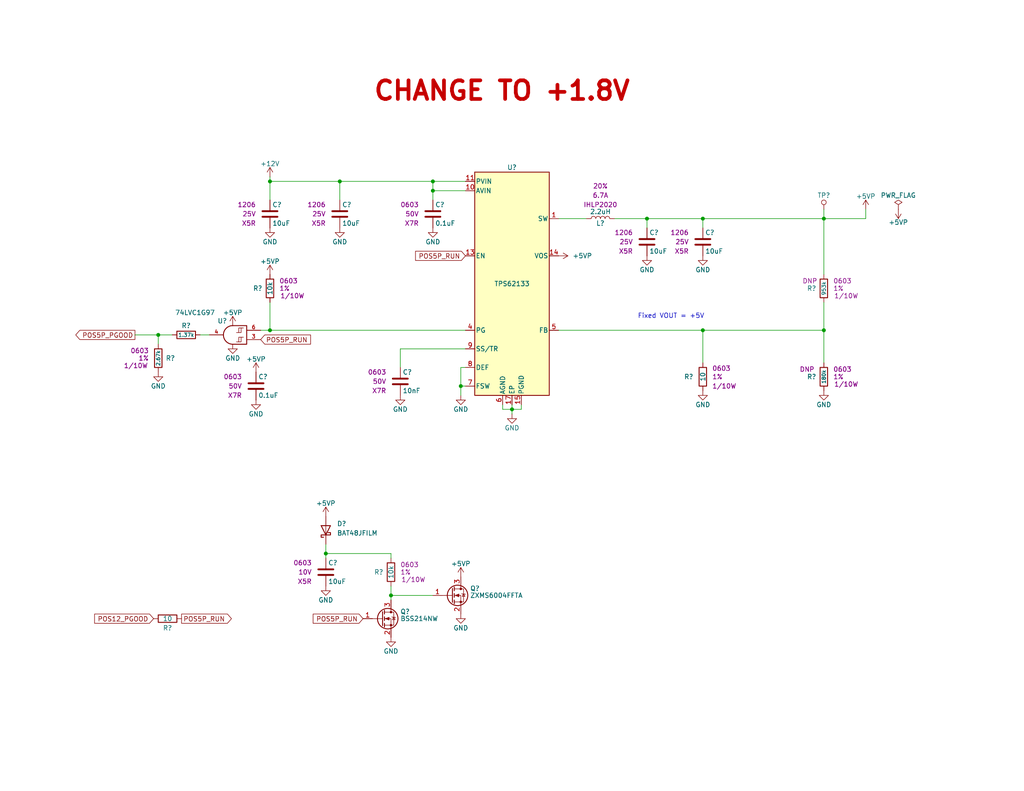
<source format=kicad_sch>
(kicad_sch (version 20230121) (generator eeschema)
  (paper "A")
  (title_block (title "Thermal Camera") (date "2023-11-11") (rev "PRELIM") (company "Drew Maatman and Michael Laffin"))
  (lib_symbols
    (symbol "Custom_Library:74LVC1G97_Power_AND" (pin_names (offset 1.016) hide)
      (property "Reference" "U" (at 1.524 3.81 0))
      (property "Value" "74LVC1G97_Power_AND" (at 1.524 -3.81 0))
      (symbol "74LVC1G97_Power_AND_1_1"
        (arc (start 0 -2.54) (mid 2.529 0) (end 0 2.54) (stroke (width 0.254)))
        (polyline (pts (xy -2.286 -0.635) (xy -1.651 -0.635) (xy -1.651 -1.905)))
        (polyline (pts (xy -2.286 1.905) (xy -1.651 1.905) (xy -1.651 0.635)))
        (polyline (pts (xy -2.921 -0.635) (xy -2.286 -0.635) (xy -2.286 -1.905) (xy -1.016 -1.905)))
        (polyline (pts (xy -2.921 1.905) (xy -2.286 1.905) (xy -2.286 0.635) (xy -1.016 0.635)))
        (polyline (pts (xy 0 -2.54) (xy -3.81 -2.54) (xy -3.81 2.54) (xy 0 2.54)) (stroke (width 0.254)))
        (pin power_in line (at 0 -2.54 270) (length 0) (name "GND") (number "1"))
        (pin power_in line (at 0 -2.54 270) (length 0) (name "GND") (number "2"))
        (pin input line (at -7.62 -1.27 0) (length 3.81) (name "~") (number "3"))
        (pin output line (at 6.35 0 180) (length 3.81) (name "~") (number "4"))
        (pin power_in line (at 0 2.54 90) (length 0) (name "VCC") (number "5"))
        (pin input line (at -7.62 1.27 0) (length 3.81) (name "~") (number "6"))
      )
    )
    (symbol "Custom_Library:C_Custom" (pin_numbers hide) (pin_names (offset 0.254))
      (property "Reference" "C" (at 0.635 2.54 0))
      (property "Value" "C_Custom" (at 0.635 -2.54 0))
      (property "display_footprint" "Foot" (at -3.81 2.54 0))
      (property "Voltage" "V" (at -3.81 0 0))
      (property "Dielectric" "Er" (at -3.81 -2.54 0))
      (symbol "C_Custom_0_1"
        (polyline (pts (xy -2.032 -0.762) (xy 2.032 -0.762)) (stroke (width 0.508)))
        (polyline (pts (xy -2.032 0.762) (xy 2.032 0.762)) (stroke (width 0.508)))
      )
      (symbol "C_Custom_1_1"
        (pin passive line (at 0 3.81 270) (length 2.794) (name "~") (number "1"))
        (pin passive line (at 0 -3.81 90) (length 2.794) (name "~") (number "2"))
      )
    )
    (symbol "Custom_Library:L_Custom" (pin_numbers hide) (pin_names (offset 1.016) hide)
      (property "Reference" "L" (at -1.27 0 90))
      (property "Value" "L_Custom" (at 1.905 0 90))
      (property "display_footprint" "Foot" (at 3.81 0 90))
      (property "Ampacity" "A" (at 6.35 0 90))
      (property "Tolerance" "Tol" (at 8.89 0 90))
      (symbol "L_Custom_0_1"
        (arc (start 0 -2.54) (mid 0.6323 -1.905) (end 0 -1.27))
        (arc (start 0 -1.27) (mid 0.6323 -0.635) (end 0 0))
        (arc (start 0 0) (mid 0.6323 0.635) (end 0 1.27))
        (arc (start 0 1.27) (mid 0.6323 1.905) (end 0 2.54))
      )
      (symbol "L_Custom_1_1"
        (pin passive line (at 0 3.81 270) (length 1.27) (name "1") (number "1"))
        (pin passive line (at 0 -3.81 90) (length 1.27) (name "2") (number "2"))
      )
    )
    (symbol "Custom_Library:R_Custom" (pin_numbers hide) (pin_names (offset 1.016) hide)
      (property "Reference" "R" (at -2.54 0 90))
      (property "Value" "R_Custom" (at 0 0 90))
      (property "display_footprint" "Foot" (at 2.54 0 90))
      (property "Tolerance" "Tol" (at 5.08 0 90))
      (property "Wattage" "W" (at 7.62 0 90))
      (symbol "R_Custom_0_1"
        (rectangle (start 1.016 2.54) (end -1.016 -2.54) (stroke (width 0.254)))
      )
      (symbol "R_Custom_1_1"
        (pin passive line (at 0 3.81 270) (length 1.27) (name "1") (number "1"))
        (pin passive line (at 0 -3.81 90) (length 1.27) (name "2") (number "2"))
      )
    )
    (symbol "Custom_Library:TP" (pin_numbers hide) (pin_names (offset 0) hide)
      (property "Reference" "TP" (at 0 3.81 0))
      (symbol "TP_0_1"
        (polyline (pts (xy 0 0) (xy 0 1.27)))
        (circle (center 0 1.905) (radius 0.635))
      )
      (symbol "TP_1_1"
        (pin passive line (at 0 0 90) (length 0) (name "TP") (number "1"))
      )
    )
    (symbol "Custom_Library:TPS62130" (pin_names (offset 0.254))
      (property "Reference" "U" (at 0 31.75 0))
      (property "Value" "TPS62130" (at 0 0 0))
      (symbol "TPS62130_0_1"
        (rectangle (start -10.16 30.48) (end 10.16 -30.48) (stroke (width 0.254)) (fill (type background)))
      )
      (symbol "TPS62130_1_1"
        (pin output line (at 12.7 17.78 180) (length 2.54) (name "SW") (number "1"))
        (pin power_in line (at -12.7 25.4 0) (length 2.54) (name "AVIN") (number "10"))
        (pin power_in line (at -12.7 27.94 0) (length 2.54) (name "PVIN") (number "11"))
        (pin passive line (at -12.7 27.94 0) (length 2.54) hide (name "PVIN") (number "12"))
        (pin input line (at -12.7 7.62 0) (length 2.54) (name "EN") (number "13"))
        (pin input line (at 12.7 7.62 180) (length 2.54) (name "VOS") (number "14"))
        (pin power_in line (at 2.54 -33.02 90) (length 2.54) (name "PGND") (number "15"))
        (pin passive line (at 2.54 -33.02 90) (length 2.54) hide (name "PGND") (number "16"))
        (pin power_in line (at 0 -33.02 90) (length 2.54) (name "EP") (number "17"))
        (pin passive line (at 12.7 17.78 180) (length 2.54) hide (name "SW") (number "2"))
        (pin passive line (at 12.7 17.78 180) (length 2.54) hide (name "SW") (number "3"))
        (pin open_collector line (at -12.7 -12.7 0) (length 2.54) (name "PG") (number "4"))
        (pin input line (at 12.7 -12.7 180) (length 2.54) (name "FB") (number "5"))
        (pin power_in line (at -2.54 -33.02 90) (length 2.54) (name "AGND") (number "6"))
        (pin input line (at -12.7 -27.94 0) (length 2.54) (name "FSW") (number "7"))
        (pin input line (at -12.7 -22.86 0) (length 2.54) (name "DEF") (number "8"))
        (pin input line (at -12.7 -17.78 0) (length 2.54) (name "SS/TR") (number "9"))
      )
    )
    (symbol "Custom_Library:ZXMS6004FFTA" (pin_names hide)
      (property "Reference" "Q" (at 5.08 1.905 0))
      (property "Value" "ZXMS6004FFTA" (at 5.08 0 0))
      (symbol "ZXMS6004FFTA_0_1"
        (polyline (pts (xy 0.254 0) (xy -2.54 0)))
        (polyline (pts (xy 0.254 1.905) (xy 0.254 -1.905)) (stroke (width 0.254)))
        (polyline (pts (xy 0.762 -1.27) (xy 0.762 -2.286)) (stroke (width 0.254)))
        (polyline (pts (xy 0.762 0.508) (xy 0.762 -0.508)) (stroke (width 0.254)))
        (polyline (pts (xy 0.762 2.286) (xy 0.762 1.27)) (stroke (width 0.254)))
        (polyline (pts (xy 2.54 2.54) (xy 2.54 1.778)))
        (polyline (pts (xy 2.54 -2.54) (xy 2.54 0) (xy 0.762 0)))
        (polyline (pts (xy 0.762 -1.778) (xy 3.302 -1.778) (xy 3.302 1.778) (xy 0.762 1.778)))
        (polyline (pts (xy 1.016 0) (xy 2.032 0.381) (xy 2.032 -0.381) (xy 1.016 0)) (fill (type outline)))
        (polyline (pts (xy 2.794 0.508) (xy 2.921 0.381) (xy 3.683 0.381) (xy 3.81 0.254)))
        (polyline (pts (xy 3.302 0.381) (xy 2.921 -0.254) (xy 3.683 -0.254) (xy 3.302 0.381)))
        (circle (center 1.651 0) (radius 2.794) (stroke (width 0.254)))
        (circle (center 2.54 -1.778) (radius 0.254) (fill (type outline)))
        (circle (center 2.54 1.778) (radius 0.254) (fill (type outline)))
      )
      (symbol "ZXMS6004FFTA_1_1"
        (pin input line (at -5.08 0 0) (length 2.54) (name "G") (number "1"))
        (pin passive line (at 2.54 -5.08 90) (length 2.54) (name "S") (number "2"))
        (pin passive line (at 2.54 5.08 270) (length 2.54) (name "D") (number "3"))
      )
    )
    (symbol "Diode:BAT48JFILM" (pin_numbers hide) (pin_names (offset 1.016) hide)
      (property "Reference" "D" (at 0 2.54 0))
      (property "Value" "BAT48JFILM" (at 0 -2.54 0))
      (symbol "BAT48JFILM_0_1"
        (polyline (pts (xy 1.27 0) (xy -1.27 0)))
        (polyline (pts (xy 1.27 1.27) (xy 1.27 -1.27) (xy -1.27 0) (xy 1.27 1.27)) (stroke (width 0.254)))
        (polyline (pts (xy -1.905 0.635) (xy -1.905 1.27) (xy -1.27 1.27) (xy -1.27 -1.27) (xy -0.635 -1.27) (xy -0.635 -0.635)) (stroke (width 0.254)))
      )
      (symbol "BAT48JFILM_1_1"
        (pin passive line (at -3.81 0 0) (length 2.54) (name "K") (number "1"))
        (pin passive line (at 3.81 0 180) (length 2.54) (name "A") (number "2"))
      )
    )
    (symbol "Transistor_FET:BSS214NW" (pin_names hide)
      (property "Reference" "Q" (at 5.08 1.905 0))
      (property "Value" "BSS214NW" (at 5.08 0 0))
      (symbol "BSS214NW_0_1"
        (polyline (pts (xy 0.254 0) (xy -2.54 0)))
        (polyline (pts (xy 0.254 1.905) (xy 0.254 -1.905)) (stroke (width 0.254)))
        (polyline (pts (xy 0.762 -1.27) (xy 0.762 -2.286)) (stroke (width 0.254)))
        (polyline (pts (xy 0.762 0.508) (xy 0.762 -0.508)) (stroke (width 0.254)))
        (polyline (pts (xy 0.762 2.286) (xy 0.762 1.27)) (stroke (width 0.254)))
        (polyline (pts (xy 2.54 2.54) (xy 2.54 1.778)))
        (polyline (pts (xy 2.54 -2.54) (xy 2.54 0) (xy 0.762 0)))
        (polyline (pts (xy 0.762 -1.778) (xy 3.302 -1.778) (xy 3.302 1.778) (xy 0.762 1.778)))
        (polyline (pts (xy 1.016 0) (xy 2.032 0.381) (xy 2.032 -0.381) (xy 1.016 0)) (fill (type outline)))
        (polyline (pts (xy 2.794 0.508) (xy 2.921 0.381) (xy 3.683 0.381) (xy 3.81 0.254)))
        (polyline (pts (xy 3.302 0.381) (xy 2.921 -0.254) (xy 3.683 -0.254) (xy 3.302 0.381)))
        (circle (center 1.651 0) (radius 2.794) (stroke (width 0.254)))
        (circle (center 2.54 -1.778) (radius 0.254) (fill (type outline)))
        (circle (center 2.54 1.778) (radius 0.254) (fill (type outline)))
      )
      (symbol "BSS214NW_1_1"
        (pin input line (at -5.08 0 0) (length 2.54) (name "G") (number "1"))
        (pin passive line (at 2.54 -5.08 90) (length 2.54) (name "S") (number "2"))
        (pin passive line (at 2.54 5.08 270) (length 2.54) (name "D") (number "3"))
      )
    )
    (symbol "power:+12V" (power) (pin_names (offset 0))
      (property "Value" "+12V" (at 0 3.556 0))
      (symbol "+12V_0_1"
        (polyline (pts (xy -0.762 1.27) (xy 0 2.54)))
        (polyline (pts (xy 0 0) (xy 0 2.54)))
        (polyline (pts (xy 0 2.54) (xy 0.762 1.27)))
      )
      (symbol "+12V_1_1"
        (pin power_in line (at 0 0 90) (length 0) hide (name "+12V") (number "1"))
      )
    )
    (symbol "power:+5VP" (power) (pin_names (offset 0))
      (property "Value" "+5VP" (at 0 3.556 0))
      (symbol "+5VP_0_1"
        (polyline (pts (xy -0.762 1.27) (xy 0 2.54)))
        (polyline (pts (xy 0 0) (xy 0 2.54)))
        (polyline (pts (xy 0 2.54) (xy 0.762 1.27)))
      )
      (symbol "+5VP_1_1"
        (pin power_in line (at 0 0 90) (length 0) hide (name "+5VP") (number "1"))
      )
    )
    (symbol "power:GND" (power) (pin_names (offset 0))
      (property "Value" "GND" (at 0 -3.81 0))
      (symbol "GND_0_1"
        (polyline (pts (xy 0 0) (xy 0 -1.27) (xy 1.27 -1.27) (xy 0 -2.54) (xy -1.27 -1.27) (xy 0 -1.27)))
      )
      (symbol "GND_1_1"
        (pin power_in line (at 0 0 270) (length 0) hide (name "GND") (number "1"))
      )
    )
    (symbol "power:PWR_FLAG" (power) (pin_numbers hide) (pin_names (offset 0) hide)
      (property "Value" "PWR_FLAG" (at 0 3.81 0))
      (symbol "PWR_FLAG_0_0"
        (pin power_out line (at 0 0 90) (length 0) (name "pwr") (number "1"))
      )
      (symbol "PWR_FLAG_0_1"
        (polyline (pts (xy 0 0) (xy 0 1.27) (xy -1.016 1.905) (xy 0 2.54) (xy 1.016 1.905) (xy 0 1.27)))
      )
    )
  )
  (junction (at 191.77 90.17))
  (junction (at 43.18 91.44))
  (junction (at 73.66 90.17))
  (junction (at 106.68 162.56))
  (junction (at 224.79 59.69))
  (junction (at 125.73 105.41))
  (junction (at 176.53 59.69))
  (junction (at 139.7 111.76))
  (junction (at 191.77 59.69))
  (junction (at 224.79 90.17))
  (junction (at 88.9 151.13))
  (junction (at 118.11 49.53))
  (junction (at 92.71 49.53))
  (junction (at 118.11 52.07))
  (junction (at 73.66 49.53))
  (wire (pts (xy 191.77 99.06) (xy 191.77 90.17)))
  (wire (pts (xy 167.64 59.69) (xy 176.53 59.69)))
  (wire (pts (xy 118.11 52.07) (xy 118.11 54.61)))
  (wire (pts (xy 43.18 91.44) (xy 36.83 91.44)))
  (wire (pts (xy 224.79 57.15) (xy 224.79 59.69)))
  (wire (pts (xy 176.53 62.23) (xy 176.53 59.69)))
  (wire (pts (xy 125.73 107.95) (xy 125.73 105.41)))
  (wire (pts (xy 137.16 111.76) (xy 137.16 110.49)))
  (wire (pts (xy 139.7 111.76) (xy 139.7 110.49)))
  (wire (pts (xy 152.4 90.17) (xy 191.77 90.17)))
  (wire (pts (xy 106.68 151.13) (xy 88.9 151.13)))
  (wire (pts (xy 43.18 91.44) (xy 43.18 93.98)))
  (wire (pts (xy 71.12 90.17) (xy 73.66 90.17)))
  (wire (pts (xy 118.11 162.56) (xy 106.68 162.56)))
  (wire (pts (xy 73.66 49.53) (xy 92.71 49.53)))
  (wire (pts (xy 127 105.41) (xy 125.73 105.41)))
  (wire (pts (xy 152.4 59.69) (xy 160.02 59.69)))
  (wire (pts (xy 125.73 100.33) (xy 127 100.33)))
  (wire (pts (xy 106.68 160.02) (xy 106.68 162.56)))
  (wire (pts (xy 236.22 59.69) (xy 224.79 59.69)))
  (wire (pts (xy 109.22 100.33) (xy 109.22 95.25)))
  (wire (pts (xy 191.77 59.69) (xy 224.79 59.69)))
  (wire (pts (xy 109.22 95.25) (xy 127 95.25)))
  (wire (pts (xy 88.9 151.13) (xy 88.9 152.4)))
  (wire (pts (xy 127 52.07) (xy 118.11 52.07)))
  (wire (pts (xy 191.77 62.23) (xy 191.77 59.69)))
  (wire (pts (xy 54.61 91.44) (xy 57.15 91.44)))
  (wire (pts (xy 73.66 90.17) (xy 73.66 82.55)))
  (wire (pts (xy 139.7 113.03) (xy 139.7 111.76)))
  (wire (pts (xy 43.18 91.44) (xy 46.99 91.44)))
  (wire (pts (xy 224.79 59.69) (xy 224.79 74.93)))
  (wire (pts (xy 92.71 49.53) (xy 92.71 54.61)))
  (wire (pts (xy 139.7 111.76) (xy 142.24 111.76)))
  (wire (pts (xy 118.11 52.07) (xy 118.11 49.53)))
  (wire (pts (xy 236.22 57.15) (xy 236.22 59.69)))
  (wire (pts (xy 125.73 105.41) (xy 125.73 100.33)))
  (wire (pts (xy 191.77 90.17) (xy 224.79 90.17)))
  (wire (pts (xy 73.66 48.26) (xy 73.66 49.53)))
  (wire (pts (xy 106.68 152.4) (xy 106.68 151.13)))
  (wire (pts (xy 92.71 49.53) (xy 118.11 49.53)))
  (wire (pts (xy 224.79 90.17) (xy 224.79 99.06)))
  (wire (pts (xy 73.66 49.53) (xy 73.66 54.61)))
  (wire (pts (xy 127 90.17) (xy 73.66 90.17)))
  (wire (pts (xy 224.79 82.55) (xy 224.79 90.17)))
  (wire (pts (xy 142.24 111.76) (xy 142.24 110.49)))
  (wire (pts (xy 127 49.53) (xy 118.11 49.53)))
  (wire (pts (xy 88.9 148.59) (xy 88.9 151.13)))
  (wire (pts (xy 176.53 59.69) (xy 191.77 59.69)))
  (wire (pts (xy 106.68 162.56) (xy 106.68 163.83)))
  (wire (pts (xy 139.7 111.76) (xy 137.16 111.76)))
  (text "Fixed VOUT = +5V" (at 173.99 87.122 0) (effects (font (size 1.27 1.27)) (justify left bottom)))
  (text "CHANGE TO +1.8V" (at 101.6 27.94 0) (effects (font (size 5.08 5.08) (thickness 1.016) bold) (justify left bottom)))
  (global_label "POS5P_RUN" (shape input) (at 127 69.85 180) (property "Intersheetrefs" "${INTERSHEET_REFS}" (effects hide)))
  (global_label "POS5P_RUN" (shape input) (at 99.06 168.91 180) (property "Intersheetrefs" "${INTERSHEET_REFS}" (effects hide)))
  (global_label "POS5P_PGOOD" (shape output) (at 36.83 91.44 180) (property "Intersheetrefs" "${INTERSHEET_REFS}" (effects hide)))
  (global_label "POS5P_RUN" (shape input) (at 71.12 92.71 0) (property "Intersheetrefs" "${INTERSHEET_REFS}" (effects hide)))
  (global_label "POS12_PGOOD" (shape input) (at 41.91 168.91 180) (property "Intersheetrefs" "${INTERSHEET_REFS}" (effects hide)))
  (global_label "POS5P_RUN" (shape output) (at 49.53 168.91 0) (property "Intersheetrefs" "${INTERSHEET_REFS}" (effects hide)))
  (symbol (lib_id "power:GND") (at 191.77 69.85 0) (unit 1)
    (property "Reference" "#PWR0421" (effects hide))
    (property "Value" "GND" (at 191.77 73.66 0))
    (instances (project "Thermal_Camera" (path "" (reference "#PWR0421") (unit 1)) (path "" (reference "#PWR0621") (unit 1))) (project "LED_Panel_Controller" (path "" (reference "#PWR?") (unit 1)) (path "" (reference "#PWR?") (unit 1)) (path "" (reference "#PWR?") (unit 1)) (path "" (reference "#PWR?") (unit 1)) (path "" (reference "#PWR?") (unit 1))) (project "USB_Hub" (path "" (reference "#PWR0320") (unit 1))))
  )
  (symbol (lib_id "power:GND") (at 92.71 62.23 0) (unit 1)
    (property "Reference" "#PWR0411" (effects hide))
    (property "Value" "GND" (at 92.71 66.04 0))
    (instances (project "Thermal_Camera" (path "" (reference "#PWR0411") (unit 1)) (path "" (reference "#PWR0611") (unit 1))) (project "LED_Panel_Controller" (path "" (reference "#PWR?") (unit 1)) (path "" (reference "#PWR?") (unit 1)) (path "" (reference "#PWR?") (unit 1)) (path "" (reference "#PWR?") (unit 1)) (path "" (reference "#PWR?") (unit 1))) (project "USB_Hub" (path "" (reference "#PWR0325") (unit 1))))
  )
  (symbol (lib_id "Custom_Library:C_Custom") (at 191.77 66.04 0) (unit 1)
    (property "Reference" "C?" (at 192.405 63.5 0) (effects (justify left)))
    (property "Value" "10uF" (at 192.405 68.58 0) (effects (justify left)))
    (property "Footprint" "Capacitors_SMD:C_1206" (effects hide))
    (property "display_footprint" "1206" (at 187.96 63.5 0) (effects (justify right)))
    (property "Voltage" "25V" (at 187.96 66.04 0) (effects (justify right)))
    (property "Dielectric" "X5R" (at 187.96 68.58 0) (effects (justify right)))
    (property "Digi-Key PN" "399-8153-1-ND" (effects hide))
    (instances (project "Thermal_Camera" (path "" (reference "C?") (unit 1)) (path "" (reference "C?") (unit 1))) (project "LED_Panel_Controller" (path "" (reference "C?") (unit 1)) (path "" (reference "C?") (unit 1)) (path "" (reference "C?") (unit 1)) (path "" (reference "C?") (unit 1)) (path "" (reference "C?") (unit 1))) (project "USB_Hub" (path "" (reference "C307") (unit 1))))
  )
  (symbol (lib_id "power:+5VP") (at 125.73 157.48 0) (unit 1)
    (property "Reference" "#PWR0416" (effects hide))
    (property "Value" "+5VP" (at 125.73 153.924 0))
    (instances (project "Thermal_Camera" (path "" (reference "#PWR0416") (unit 1)) (path "" (reference "#PWR0616") (unit 1))) (project "USB_Hub" (path "" (reference "#PWR0315") (unit 1))))
  )
  (symbol (lib_id "power:+5VP") (at 73.66 74.93 0) (unit 1)
    (property "Reference" "#PWR0408" (effects hide))
    (property "Value" "+5VP" (at 73.66 71.374 0))
    (instances (project "Thermal_Camera" (path "" (reference "#PWR0408") (unit 1)) (path "" (reference "#PWR0608") (unit 1))) (project "USB_Hub" (path "" (reference "#PWR0308") (unit 1))))
  )
  (symbol (lib_id "Custom_Library:C_Custom") (at 73.66 58.42 0) (unit 1)
    (property "Reference" "C?" (at 74.295 55.88 0) (effects (justify left)))
    (property "Value" "10uF" (at 74.295 60.96 0) (effects (justify left)))
    (property "Footprint" "Capacitors_SMD:C_1206" (effects hide))
    (property "display_footprint" "1206" (at 69.85 55.88 0) (effects (justify right)))
    (property "Voltage" "25V" (at 69.85 58.42 0) (effects (justify right)))
    (property "Dielectric" "X5R" (at 69.85 60.96 0) (effects (justify right)))
    (property "Digi-Key PN" "399-8153-1-ND" (effects hide))
    (instances (project "Thermal_Camera" (path "" (reference "C?") (unit 1)) (path "" (reference "C?") (unit 1))) (project "LED_Panel_Controller" (path "" (reference "C?") (unit 1)) (path "" (reference "C?") (unit 1)) (path "" (reference "C?") (unit 1)) (path "" (reference "C?") (unit 1)) (path "" (reference "C?") (unit 1))) (project "USB_Hub" (path "" (reference "C302") (unit 1))))
  )
  (symbol (lib_id "Custom_Library:TP") (at 224.79 57.15 0) (unit 1)
    (property "Reference" "TP?" (at 224.79 53.34 0))
    (property "Value" "TP" (effects hide))
    (property "Footprint" "Custom Footprints Library:Test_Point" (effects hide))
    (instances (project "Thermal_Camera" (path "" (reference "TP?") (unit 1)) (path "" (reference "TP?") (unit 1))) (project "LED_Panel_Controller" (path "" (reference "TP?") (unit 1)) (path "" (reference "TP?") (unit 1)) (path "" (reference "TP?") (unit 1)) (path "" (reference "TP?") (unit 1)) (path "" (reference "TP?") (unit 1)) (path "" (reference "TP?") (unit 1)) (path "" (reference "TP?") (unit 1)) (path "" (reference "TP?") (unit 1)) (path "" (reference "TP?") (unit 1))) (project "USB_Hub" (path "" (reference "TP301") (unit 1))))
  )
  (symbol (lib_id "Custom_Library:L_Custom") (at 163.83 59.69 90) (unit 1)
    (property "Reference" "L?" (at 163.83 60.96 90))
    (property "Value" "2.2uH" (at 163.83 57.785 90))
    (property "Footprint" "Inductors_SMD:L_Vishay_IHLP-2020" (effects hide))
    (property "display_footprint" "IHLP2020" (at 163.83 55.88 90))
    (property "Ampacity" "6.7A" (at 163.83 53.34 90))
    (property "Tolerance" "20%" (at 163.83 50.8 90))
    (property "Digi-Key PN" "541-1236-1-ND" (effects hide))
    (instances (project "Thermal_Camera" (path "" (reference "L?") (unit 1)) (path "" (reference "L?") (unit 1))) (project "LED_Panel_Controller" (path "" (reference "L?") (unit 1)) (path "" (reference "L?") (unit 1))) (project "USB_Hub" (path "" (reference "L301") (unit 1))))
  )
  (symbol (lib_id "power:GND") (at 224.79 106.68 0) (unit 1)
    (property "Reference" "#PWR0423" (effects hide))
    (property "Value" "GND" (at 224.79 110.49 0))
    (instances (project "Thermal_Camera" (path "" (reference "#PWR0423") (unit 1)) (path "" (reference "#PWR0623") (unit 1))) (project "LED_Panel_Controller" (path "" (reference "#PWR?") (unit 1)) (path "" (reference "#PWR?") (unit 1)) (path "" (reference "#PWR?") (unit 1)) (path "" (reference "#PWR?") (unit 1)) (path "" (reference "#PWR?") (unit 1))) (project "USB_Hub" (path "" (reference "#PWR0322") (unit 1))))
  )
  (symbol (lib_id "power:GND") (at 118.11 62.23 0) (unit 1)
    (property "Reference" "#PWR0414" (effects hide))
    (property "Value" "GND" (at 118.11 66.04 0))
    (instances (project "Thermal_Camera" (path "" (reference "#PWR0414") (unit 1)) (path "" (reference "#PWR0614") (unit 1))) (project "LED_Panel_Controller" (path "" (reference "#PWR?") (unit 1)) (path "" (reference "#PWR?") (unit 1)) (path "" (reference "#PWR?") (unit 1)) (path "" (reference "#PWR?") (unit 1)) (path "" (reference "#PWR?") (unit 1))) (project "USB_Hub" (path "" (reference "#PWR0313") (unit 1))))
  )
  (symbol (lib_id "Custom_Library:C_Custom") (at 176.53 66.04 0) (unit 1)
    (property "Reference" "C?" (at 177.165 63.5 0) (effects (justify left)))
    (property "Value" "10uF" (at 177.165 68.58 0) (effects (justify left)))
    (property "Footprint" "Capacitors_SMD:C_1206" (effects hide))
    (property "display_footprint" "1206" (at 172.72 63.5 0) (effects (justify right)))
    (property "Voltage" "25V" (at 172.72 66.04 0) (effects (justify right)))
    (property "Dielectric" "X5R" (at 172.72 68.58 0) (effects (justify right)))
    (property "Digi-Key PN" "399-8153-1-ND" (effects hide))
    (instances (project "Thermal_Camera" (path "" (reference "C?") (unit 1)) (path "" (reference "C?") (unit 1))) (project "LED_Panel_Controller" (path "" (reference "C?") (unit 1)) (path "" (reference "C?") (unit 1)) (path "" (reference "C?") (unit 1)) (path "" (reference "C?") (unit 1)) (path "" (reference "C?") (unit 1))) (project "USB_Hub" (path "" (reference "C306") (unit 1))))
  )
  (symbol (lib_id "power:GND") (at 88.9 160.02 0) (unit 1)
    (property "Reference" "#PWR0410" (effects hide))
    (property "Value" "GND" (at 88.9 163.83 0))
    (instances (project "Thermal_Camera" (path "" (reference "#PWR0410") (unit 1)) (path "" (reference "#PWR0610") (unit 1))) (project "LED_Panel_Controller" (path "" (reference "#PWR?") (unit 1)) (path "" (reference "#PWR?") (unit 1))) (project "USB_Hub" (path "" (reference "#PWR0310") (unit 1))))
  )
  (symbol (lib_id "power:+5VP") (at 245.11 57.15 180) (unit 1)
    (property "Reference" "#PWR0425" (effects hide))
    (property "Value" "+5VP" (at 245.11 60.706 0))
    (instances (project "Thermal_Camera" (path "" (reference "#PWR0425") (unit 1)) (path "" (reference "#PWR0625") (unit 1))) (project "USB_Hub" (path "" (reference "#PWR0324") (unit 1))))
  )
  (symbol (lib_id "power:GND") (at 191.77 106.68 0) (unit 1)
    (property "Reference" "#PWR0422" (effects hide))
    (property "Value" "GND" (at 191.77 110.49 0))
    (instances (project "Thermal_Camera" (path "" (reference "#PWR0422") (unit 1)) (path "" (reference "#PWR0622") (unit 1))) (project "LED_Panel_Controller" (path "" (reference "#PWR?") (unit 1)) (path "" (reference "#PWR?") (unit 1)) (path "" (reference "#PWR?") (unit 1)) (path "" (reference "#PWR?") (unit 1)) (path "" (reference "#PWR?") (unit 1))) (project "USB_Hub" (path "" (reference "#PWR0321") (unit 1))))
  )
  (symbol (lib_id "Custom_Library:C_Custom") (at 109.22 104.14 0) (unit 1)
    (property "Reference" "C?" (at 109.855 101.6 0) (effects (justify left)))
    (property "Value" "10nF" (at 109.855 106.68 0) (effects (justify left)))
    (property "Footprint" "Capacitors_SMD:C_0603" (effects hide))
    (property "display_footprint" "0603" (at 105.41 101.6 0) (effects (justify right)))
    (property "Voltage" "50V" (at 105.41 104.14 0) (effects (justify right)))
    (property "Dielectric" "X7R" (at 105.41 106.68 0) (effects (justify right)))
    (property "Digi-Key PN" "399-7842-1-ND" (effects hide))
    (instances (project "Thermal_Camera" (path "" (reference "C?") (unit 1)) (path "" (reference "C?") (unit 1))) (project "LED_Panel_Controller" (path "" (reference "C?") (unit 1)) (path "" (reference "C?") (unit 1)) (path "" (reference "C?") (unit 1)) (path "" (reference "C?") (unit 1)) (path "" (reference "C?") (unit 1)) (path "" (reference "C?") (unit 1)) (path "" (reference "C?") (unit 1)) (path "" (reference "C?") (unit 1)) (path "" (reference "C?") (unit 1)) (path "" (reference "C?") (unit 1))) (project "USB_Hub" (path "" (reference "C304") (unit 1))))
  )
  (symbol (lib_id "Custom_Library:74LVC1G97_Power_AND") (at 63.5 91.44 0) (mirror y) (unit 1)
    (property "Reference" "U?" (at 61.976 87.63 0) (effects (justify left)))
    (property "Value" "74LVC1G97" (at 58.674 85.344 0) (effects (justify left)))
    (property "Footprint" "Package_TO_SOT_SMD:SOT-363_SC-70-6" (effects hide))
    (property "Datasheet" "http://www.ti.com/lit/ds/symlink/sn74lvc1g97.pdf" (effects hide))
    (property "Digi-Key PN" "1727-1772-1-ND" (effects hide))
    (instances (project "Thermal_Camera" (path "" (reference "U?") (unit 1)) (path "" (reference "U?") (unit 1))) (project "LED_Panel_Controller" (path "" (reference "U?") (unit 1))) (project "USB_Hub" (path "" (reference "U301") (unit 1))))
  )
  (symbol (lib_id "Custom_Library:ZXMS6004FFTA") (at 123.19 162.56 0) (unit 1)
    (property "Reference" "Q?" (at 128.27 160.655 0) (effects (justify left)))
    (property "Value" "ZXMS6004FFTA" (at 128.27 162.56 0) (effects (justify left)))
    (property "Footprint" "Package_TO_SOT_SMD:SOT-23" (effects hide))
    (property "Datasheet" "https://www.diodes.com/assets/Datasheets/ZXMS6004FF.pdf" (effects hide))
    (property "Digi-Key PN" "ZXMS6004FFCT-ND" (effects hide))
    (instances (project "Thermal_Camera" (path "" (reference "Q?") (unit 1)) (path "" (reference "Q?") (unit 1))) (project "LED_Panel_Controller" (path "" (reference "Q?") (unit 1)) (path "" (reference "Q?") (unit 1))) (project "USB_Hub" (path "" (reference "Q302") (unit 1))))
  )
  (symbol (lib_id "power:GND") (at 109.22 107.95 0) (unit 1)
    (property "Reference" "#PWR0413" (effects hide))
    (property "Value" "GND" (at 109.22 111.76 0))
    (instances (project "Thermal_Camera" (path "" (reference "#PWR0413") (unit 1)) (path "" (reference "#PWR0613") (unit 1))) (project "LED_Panel_Controller" (path "" (reference "#PWR?") (unit 1)) (path "" (reference "#PWR?") (unit 1)) (path "" (reference "#PWR?") (unit 1)) (path "" (reference "#PWR?") (unit 1)) (path "" (reference "#PWR?") (unit 1))) (project "USB_Hub" (path "" (reference "#PWR0312") (unit 1))))
  )
  (symbol (lib_id "Custom_Library:R_Custom") (at 73.66 78.74 0) (unit 1)
    (property "Reference" "R?" (at 71.628 78.74 0) (effects (justify right)))
    (property "Value" "10k" (at 73.66 78.74 90))
    (property "Footprint" "Resistors_SMD:R_0603" (effects hide))
    (property "display_footprint" "0603" (at 76.2 76.708 0) (effects (justify left)))
    (property "Tolerance" "1%" (at 76.2 78.74 0) (effects (justify left)))
    (property "Wattage" "1/10W" (at 76.454 80.772 0) (effects (justify left)))
    (property "Digi-Key PN" "541-10.0KHCT-ND" (effects hide))
    (instances (project "Thermal_Camera" (path "" (reference "R?") (unit 1)) (path "" (reference "R?") (unit 1))) (project "LED_Panel_Controller" (path "" (reference "R?") (unit 1)) (path "" (reference "R?") (unit 1)) (path "" (reference "R?") (unit 1)) (path "" (reference "R?") (unit 1)) (path "" (reference "R?") (unit 1)) (path "" (reference "R?") (unit 1)) (path "" (reference "R?") (unit 1)) (path "" (reference "R?") (unit 1)) (path "" (reference "R?") (unit 1)) (path "" (reference "R?") (unit 1))) (project "USB_Hub" (path "" (reference "R304") (unit 1))))
  )
  (symbol (lib_id "power:GND") (at 43.18 101.6 0) (unit 1)
    (property "Reference" "#PWR0401" (effects hide))
    (property "Value" "GND" (at 43.18 105.41 0))
    (instances (project "Thermal_Camera" (path "" (reference "#PWR0401") (unit 1)) (path "" (reference "#PWR0601") (unit 1))) (project "LED_Panel_Controller" (path "" (reference "#PWR?") (unit 1)) (path "" (reference "#PWR?") (unit 1)) (path "" (reference "#PWR?") (unit 1)) (path "" (reference "#PWR?") (unit 1)) (path "" (reference "#PWR?") (unit 1))) (project "USB_Hub" (path "" (reference "#PWR0301") (unit 1))))
  )
  (symbol (lib_id "power:+5VP") (at 69.85 101.6 0) (unit 1)
    (property "Reference" "#PWR0404" (effects hide))
    (property "Value" "+5VP" (at 69.85 98.044 0))
    (instances (project "Thermal_Camera" (path "" (reference "#PWR0404") (unit 1)) (path "" (reference "#PWR0604") (unit 1))) (project "USB_Hub" (path "" (reference "#PWR0304") (unit 1))))
  )
  (symbol (lib_id "Custom_Library:C_Custom") (at 88.9 156.21 0) (unit 1)
    (property "Reference" "C?" (at 89.535 153.67 0) (effects (justify left)))
    (property "Value" "10uF" (at 89.535 158.75 0) (effects (justify left)))
    (property "Footprint" "Capacitors_SMD:C_0603" (effects hide))
    (property "display_footprint" "0603" (at 85.09 153.67 0) (effects (justify right)))
    (property "Voltage" "10V" (at 85.09 156.21 0) (effects (justify right)))
    (property "Dielectric" "X5R" (at 85.09 158.75 0) (effects (justify right)))
    (property "Digi-Key PN" "399-8153-1-ND" (effects hide))
    (instances (project "Thermal_Camera" (path "" (reference "C?") (unit 1)) (path "" (reference "C?") (unit 1))) (project "LED_Panel_Controller" (path "" (reference "C?") (unit 1)) (path "" (reference "C?") (unit 1)) (path "" (reference "C?") (unit 1)) (path "" (reference "C?") (unit 1)) (path "" (reference "C?") (unit 1)) (path "" (reference "C?") (unit 1)) (path "" (reference "C?") (unit 1)) (path "" (reference "C?") (unit 1)) (path "" (reference "C?") (unit 1)) (path "" (reference "C?") (unit 1)) (path "" (reference "C?") (unit 1))) (project "USB_Hub" (path "" (reference "C303") (unit 1))))
  )
  (symbol (lib_id "power:GND") (at 125.73 107.95 0) (unit 1)
    (property "Reference" "#PWR0415" (effects hide))
    (property "Value" "GND" (at 125.73 111.76 0))
    (instances (project "Thermal_Camera" (path "" (reference "#PWR0415") (unit 1)) (path "" (reference "#PWR0615") (unit 1))) (project "LED_Panel_Controller" (path "" (reference "#PWR?") (unit 1)) (path "" (reference "#PWR?") (unit 1)) (path "" (reference "#PWR?") (unit 1)) (path "" (reference "#PWR?") (unit 1)) (path "" (reference "#PWR?") (unit 1))) (project "USB_Hub" (path "" (reference "#PWR0314") (unit 1))))
  )
  (symbol (lib_id "power:GND") (at 139.7 113.03 0) (unit 1)
    (property "Reference" "#PWR0418" (effects hide))
    (property "Value" "GND" (at 139.7 116.84 0))
    (instances (project "Thermal_Camera" (path "" (reference "#PWR0418") (unit 1)) (path "" (reference "#PWR0618") (unit 1))) (project "LED_Panel_Controller" (path "" (reference "#PWR?") (unit 1)) (path "" (reference "#PWR?") (unit 1)) (path "" (reference "#PWR?") (unit 1)) (path "" (reference "#PWR?") (unit 1)) (path "" (reference "#PWR?") (unit 1))) (project "USB_Hub" (path "" (reference "#PWR0317") (unit 1))))
  )
  (symbol (lib_id "power:+12V") (at 73.66 48.26 0) (unit 1)
    (property "Reference" "#PWR0406" (effects hide))
    (property "Value" "+12V" (at 73.66 44.704 0))
    (instances (project "Thermal_Camera" (path "" (reference "#PWR0406") (unit 1)) (path "" (reference "#PWR0606") (unit 1))) (project "LED_Panel_Controller" (path "" (reference "#PWR?") (unit 1)) (path "" (reference "#PWR?") (unit 1)) (path "" (reference "#PWR?") (unit 1)) (path "" (reference "#PWR?") (unit 1)) (path "" (reference "#PWR?") (unit 1))) (project "USB_Hub" (path "" (reference "#PWR0306") (unit 1))))
  )
  (symbol (lib_id "power:+5VP") (at 63.5 88.9 0) (unit 1)
    (property "Reference" "#PWR0402" (effects hide))
    (property "Value" "+5VP" (at 63.5 85.344 0))
    (instances (project "Thermal_Camera" (path "" (reference "#PWR0402") (unit 1)) (path "" (reference "#PWR0602") (unit 1))) (project "USB_Hub" (path "" (reference "#PWR0302") (unit 1))))
  )
  (symbol (lib_id "Custom_Library:R_Custom") (at 106.68 156.21 0) (unit 1)
    (property "Reference" "R?" (at 104.648 156.21 0) (effects (justify right)))
    (property "Value" "10k" (at 106.68 156.21 90))
    (property "Footprint" "Resistors_SMD:R_0603" (effects hide))
    (property "display_footprint" "0603" (at 109.22 154.178 0) (effects (justify left)))
    (property "Tolerance" "1%" (at 109.22 156.21 0) (effects (justify left)))
    (property "Wattage" "1/10W" (at 109.474 158.242 0) (effects (justify left)))
    (property "Digi-Key PN" "541-10.0KHCT-ND" (effects hide))
    (instances (project "Thermal_Camera" (path "" (reference "R?") (unit 1)) (path "" (reference "R?") (unit 1))) (project "LED_Panel_Controller" (path "" (reference "R?") (unit 1)) (path "" (reference "R?") (unit 1)) (path "" (reference "R?") (unit 1)) (path "" (reference "R?") (unit 1)) (path "" (reference "R?") (unit 1)) (path "" (reference "R?") (unit 1)) (path "" (reference "R?") (unit 1)) (path "" (reference "R?") (unit 1)) (path "" (reference "R?") (unit 1)) (path "" (reference "R?") (unit 1)) (path "" (reference "R?") (unit 1))) (project "USB_Hub" (path "" (reference "R305") (unit 1))))
  )
  (symbol (lib_id "Custom_Library:R_Custom") (at 224.79 102.87 0) (unit 1)
    (property "Reference" "R?" (at 222.758 102.87 0) (effects (justify right)))
    (property "Value" "180k" (at 224.79 102.87 90) (effects (font (size 1.016 1.016))))
    (property "Footprint" "Resistors_SMD:R_0603" (effects hide))
    (property "display_footprint" "0603" (at 227.33 100.838 0) (effects (justify left)))
    (property "Tolerance" "1%" (at 227.33 102.87 0) (effects (justify left)))
    (property "Wattage" "1/10W" (at 227.584 104.902 0) (effects (justify left)))
    (property "Configuration" "DNP" (at 220.218 100.838 0))
    (property "Digi-Key PN" "541-180KHCT-ND" (effects hide))
    (instances (project "Thermal_Camera" (path "" (reference "R?") (unit 1)) (path "" (reference "R?") (unit 1))) (project "LED_Panel_Controller" (path "" (reference "R?") (unit 1)) (path "" (reference "R?") (unit 1)) (path "" (reference "R?") (unit 1)) (path "" (reference "R?") (unit 1)) (path "" (reference "R?") (unit 1)) (path "" (reference "R?") (unit 1)) (path "" (reference "R?") (unit 1)) (path "" (reference "R?") (unit 1)) (path "" (reference "R?") (unit 1)) (path "" (reference "R?") (unit 1))) (project "USB_Hub" (path "" (reference "R308") (unit 1))))
  )
  (symbol (lib_id "power:GND") (at 73.66 62.23 0) (unit 1)
    (property "Reference" "#PWR0407" (effects hide))
    (property "Value" "GND" (at 73.66 66.04 0))
    (instances (project "Thermal_Camera" (path "" (reference "#PWR0407") (unit 1)) (path "" (reference "#PWR0607") (unit 1))) (project "LED_Panel_Controller" (path "" (reference "#PWR?") (unit 1)) (path "" (reference "#PWR?") (unit 1)) (path "" (reference "#PWR?") (unit 1)) (path "" (reference "#PWR?") (unit 1)) (path "" (reference "#PWR?") (unit 1))) (project "USB_Hub" (path "" (reference "#PWR0307") (unit 1))))
  )
  (symbol (lib_id "Custom_Library:C_Custom") (at 118.11 58.42 0) (unit 1)
    (property "Reference" "C?" (at 118.745 55.88 0) (effects (justify left)))
    (property "Value" "0.1uF" (at 118.745 60.96 0) (effects (justify left)))
    (property "Footprint" "Capacitors_SMD:C_0603" (effects hide))
    (property "display_footprint" "0603" (at 114.3 55.88 0) (effects (justify right)))
    (property "Voltage" "50V" (at 114.3 58.42 0) (effects (justify right)))
    (property "Dielectric" "X7R" (at 114.3 60.96 0) (effects (justify right)))
    (property "Digi-Key PN" "1276-1935-1-ND" (effects hide))
    (instances (project "Thermal_Camera" (path "" (reference "C?") (unit 1)) (path "" (reference "C?") (unit 1))) (project "LED_Panel_Controller" (path "" (reference "C?") (unit 1)) (path "" (reference "C?") (unit 1)) (path "" (reference "C?") (unit 1)) (path "" (reference "C?") (unit 1)) (path "" (reference "C?") (unit 1)) (path "" (reference "C?") (unit 1)) (path "" (reference "C?") (unit 1)) (path "" (reference "C?") (unit 1)) (path "" (reference "C?") (unit 1)) (path "" (reference "C?") (unit 1)) (path "" (reference "C?") (unit 1)) (path "" (reference "C?") (unit 1)) (path "" (reference "C?") (unit 1)) (path "" (reference "C?") (unit 1))) (project "USB_Hub" (path "" (reference "C305") (unit 1))))
  )
  (symbol (lib_id "Custom_Library:R_Custom") (at 191.77 102.87 0) (mirror y) (unit 1)
    (property "Reference" "R?" (at 189.23 102.87 0) (effects (justify left)))
    (property "Value" "10" (at 191.77 102.87 90))
    (property "Footprint" "Resistors_SMD:R_0603" (effects hide))
    (property "display_footprint" "0603" (at 194.31 100.584 0) (effects (justify right)))
    (property "Tolerance" "1%" (at 194.31 102.87 0) (effects (justify right)))
    (property "Wattage" "1/10W" (at 194.31 105.41 0) (effects (justify right)))
    (property "Digi-Key PN" "541-2982-1-ND" (effects hide))
    (instances (project "Thermal_Camera" (path "" (reference "R?") (unit 1)) (path "" (reference "R?") (unit 1))) (project "LED_Panel_Controller" (path "" (reference "R?") (unit 1)) (path "" (reference "R?") (unit 1)) (path "" (reference "R?") (unit 1)) (path "" (reference "R?") (unit 1))) (project "USB_Hub" (path "" (reference "R306") (unit 1))))
  )
  (symbol (lib_id "power:+5VP") (at 152.4 69.85 270) (unit 1)
    (property "Reference" "#PWR0419" (effects hide))
    (property "Value" "+5VP" (at 156.21 69.85 90) (effects (justify left)))
    (instances (project "Thermal_Camera" (path "" (reference "#PWR0419") (unit 1)) (path "" (reference "#PWR0619") (unit 1))) (project "USB_Hub" (path "" (reference "#PWR0318") (unit 1))))
  )
  (symbol (lib_id "Custom_Library:R_Custom") (at 50.8 91.44 90) (mirror x) (unit 1)
    (property "Reference" "R?" (at 50.8 88.9 90))
    (property "Value" "1.37k" (at 50.8 91.44 90) (effects (font (size 1.016 1.016))))
    (property "Footprint" "Resistors_SMD:R_0603" (effects hide))
    (property "display_footprint" "0603" (effects hide))
    (property "Tolerance" "1%" (effects hide))
    (property "Wattage" "1/10W" (effects hide))
    (property "Digi-Key PN" "541-1.37KHCT-ND" (effects hide))
    (instances (project "Thermal_Camera" (path "" (reference "R?") (unit 1)) (path "" (reference "R?") (unit 1))) (project "LED_Panel_Controller" (path "" (reference "R?") (unit 1)) (path "" (reference "R?") (unit 1)) (path "" (reference "R?") (unit 1)) (path "" (reference "R?") (unit 1)) (path "" (reference "R?") (unit 1)) (path "" (reference "R?") (unit 1)) (path "" (reference "R?") (unit 1)) (path "" (reference "R?") (unit 1)) (path "" (reference "R?") (unit 1)) (path "" (reference "R?") (unit 1))) (project "USB_Hub" (path "" (reference "R303") (unit 1))))
  )
  (symbol (lib_id "power:GND") (at 125.73 167.64 0) (unit 1)
    (property "Reference" "#PWR0417" (effects hide))
    (property "Value" "GND" (at 125.73 171.45 0))
    (instances (project "Thermal_Camera" (path "" (reference "#PWR0417") (unit 1)) (path "" (reference "#PWR0617") (unit 1))) (project "LED_Panel_Controller" (path "" (reference "#PWR?") (unit 1)) (path "" (reference "#PWR?") (unit 1))) (project "USB_Hub" (path "" (reference "#PWR0316") (unit 1))))
  )
  (symbol (lib_id "power:GND") (at 69.85 109.22 0) (unit 1)
    (property "Reference" "#PWR0405" (effects hide))
    (property "Value" "GND" (at 69.85 113.03 0))
    (instances (project "Thermal_Camera" (path "" (reference "#PWR0405") (unit 1)) (path "" (reference "#PWR0605") (unit 1))) (project "LED_Panel_Controller" (path "" (reference "#PWR?") (unit 1)) (path "" (reference "#PWR?") (unit 1)) (path "" (reference "#PWR?") (unit 1)) (path "" (reference "#PWR?") (unit 1)) (path "" (reference "#PWR?") (unit 1))) (project "USB_Hub" (path "" (reference "#PWR0305") (unit 1))))
  )
  (symbol (lib_id "power:+5VP") (at 88.9 140.97 0) (unit 1)
    (property "Reference" "#PWR0409" (effects hide))
    (property "Value" "+5VP" (at 88.9 137.414 0))
    (instances (project "Thermal_Camera" (path "" (reference "#PWR0409") (unit 1)) (path "" (reference "#PWR0609") (unit 1))) (project "USB_Hub" (path "" (reference "#PWR0309") (unit 1))))
  )
  (symbol (lib_id "power:GND") (at 176.53 69.85 0) (unit 1)
    (property "Reference" "#PWR0420" (effects hide))
    (property "Value" "GND" (at 176.53 73.66 0))
    (instances (project "Thermal_Camera" (path "" (reference "#PWR0420") (unit 1)) (path "" (reference "#PWR0620") (unit 1))) (project "LED_Panel_Controller" (path "" (reference "#PWR?") (unit 1)) (path "" (reference "#PWR?") (unit 1)) (path "" (reference "#PWR?") (unit 1)) (path "" (reference "#PWR?") (unit 1)) (path "" (reference "#PWR?") (unit 1))) (project "USB_Hub" (path "" (reference "#PWR0319") (unit 1))))
  )
  (symbol (lib_id "Custom_Library:R_Custom") (at 43.18 97.79 0) (mirror y) (unit 1)
    (property "Reference" "R?" (at 45.212 97.79 0) (effects (justify right)))
    (property "Value" "2.67k" (at 43.18 97.79 90) (effects (font (size 1.016 1.016))))
    (property "Footprint" "Resistors_SMD:R_0603" (effects hide))
    (property "display_footprint" "0603" (at 40.64 95.758 0) (effects (justify left)))
    (property "Tolerance" "1%" (at 40.64 97.79 0) (effects (justify left)))
    (property "Wattage" "1/10W" (at 40.386 99.822 0) (effects (justify left)))
    (property "Digi-Key PN" "541-2.67KHCT-ND" (effects hide))
    (instances (project "Thermal_Camera" (path "" (reference "R?") (unit 1)) (path "" (reference "R?") (unit 1))) (project "LED_Panel_Controller" (path "" (reference "R?") (unit 1)) (path "" (reference "R?") (unit 1)) (path "" (reference "R?") (unit 1)) (path "" (reference "R?") (unit 1)) (path "" (reference "R?") (unit 1)) (path "" (reference "R?") (unit 1)) (path "" (reference "R?") (unit 1)) (path "" (reference "R?") (unit 1)) (path "" (reference "R?") (unit 1)) (path "" (reference "R?") (unit 1))) (project "USB_Hub" (path "" (reference "R301") (unit 1))))
  )
  (symbol (lib_id "Custom_Library:TPS62130") (at 139.7 77.47 0) (unit 1)
    (property "Reference" "U?" (at 139.7 45.72 0))
    (property "Value" "TPS62133" (at 139.7 77.47 0))
    (property "Footprint" "Package_DFN_QFN:QFN-16-1EP_3x3mm_P0.5mm_EP1.75x1.75mm" (effects hide))
    (property "Datasheet" "http://www.ti.com/lit/ds/symlink/tps62130.pdf" (effects hide))
    (property "Digi-Key PN" "296-30225-1-ND" (effects hide))
    (instances (project "Thermal_Camera" (path "" (reference "U?") (unit 1)) (path "" (reference "U?") (unit 1))) (project "LED_Panel_Controller" (path "" (reference "U?") (unit 1)) (path "" (reference "U?") (unit 1))) (project "USB_Hub" (path "" (reference "U302") (unit 1))))
  )
  (symbol (lib_id "Transistor_FET:BSS214NW") (at 104.14 168.91 0) (unit 1)
    (property "Reference" "Q?" (at 109.22 167.005 0) (effects (justify left)))
    (property "Value" "BSS214NW" (at 109.22 168.91 0) (effects (justify left)))
    (property "Footprint" "Package_TO_SOT_SMD:SOT-323_SC-70" (effects hide))
    (property "Datasheet" "https://www.infineon.com/dgdl/Infineon-BSS214NW-DS-v02_02-en.pdf?fileId=db3a30431b3e89eb011b695aebc01bde" (effects hide))
    (property "Digi-Key PN" "BSS214NWH6327XTSA1CT-ND" (effects hide))
    (instances (project "Thermal_Camera" (path "" (reference "Q?") (unit 1)) (path "" (reference "Q?") (unit 1))) (project "LED_Panel_Controller" (path "" (reference "Q?") (unit 1)) (path "" (reference "Q?") (unit 1))) (project "USB_Hub" (path "" (reference "Q301") (unit 1))))
  )
  (symbol (lib_id "Custom_Library:R_Custom") (at 45.72 168.91 90) (mirror x) (unit 1)
    (property "Reference" "R?" (at 45.72 171.45 90))
    (property "Value" "10" (at 45.72 168.91 90))
    (property "Footprint" "Resistors_SMD:R_0603" (effects hide))
    (property "display_footprint" "0603" (effects hide))
    (property "Tolerance" "1%" (effects hide))
    (property "Wattage" "1/10W" (effects hide))
    (property "Digi-Key PN" "541-2982-1-ND" (effects hide))
    (instances (project "Thermal_Camera" (path "" (reference "R?") (unit 1)) (path "" (reference "R?") (unit 1))) (project "LED_Panel_Controller" (path "" (reference "R?") (unit 1)) (path "" (reference "R?") (unit 1)) (path "" (reference "R?") (unit 1)) (path "" (reference "R?") (unit 1))) (project "USB_Hub" (path "" (reference "R302") (unit 1))))
  )
  (symbol (lib_id "Custom_Library:C_Custom") (at 92.71 58.42 0) (unit 1)
    (property "Reference" "C?" (at 93.345 55.88 0) (effects (justify left)))
    (property "Value" "10uF" (at 93.345 60.96 0) (effects (justify left)))
    (property "Footprint" "Capacitors_SMD:C_1206" (effects hide))
    (property "display_footprint" "1206" (at 88.9 55.88 0) (effects (justify right)))
    (property "Voltage" "25V" (at 88.9 58.42 0) (effects (justify right)))
    (property "Dielectric" "X5R" (at 88.9 60.96 0) (effects (justify right)))
    (property "Digi-Key PN" "399-8153-1-ND" (effects hide))
    (instances (project "Thermal_Camera" (path "" (reference "C?") (unit 1)) (path "" (reference "C?") (unit 1))) (project "LED_Panel_Controller" (path "" (reference "C?") (unit 1)) (path "" (reference "C?") (unit 1)) (path "" (reference "C?") (unit 1)) (path "" (reference "C?") (unit 1)) (path "" (reference "C?") (unit 1))) (project "USB_Hub" (path "" (reference "C308") (unit 1))))
  )
  (symbol (lib_id "power:PWR_FLAG") (at 245.11 57.15 0) (unit 1)
    (property "Reference" "#FLG0401" (effects hide))
    (property "Value" "PWR_FLAG" (at 245.11 53.34 0))
    (instances (project "Thermal_Camera" (path "" (reference "#FLG0401") (unit 1)) (path "" (reference "#FLG0601") (unit 1))) (project "LED_Panel_Controller" (path "" (reference "#FLG?") (unit 1))) (project "USB_Hub" (path "" (reference "#FLG0301") (unit 1))))
  )
  (symbol (lib_id "power:GND") (at 106.68 173.99 0) (unit 1)
    (property "Reference" "#PWR0412" (effects hide))
    (property "Value" "GND" (at 106.68 177.8 0))
    (instances (project "Thermal_Camera" (path "" (reference "#PWR0412") (unit 1)) (path "" (reference "#PWR0612") (unit 1))) (project "LED_Panel_Controller" (path "" (reference "#PWR?") (unit 1)) (path "" (reference "#PWR?") (unit 1))) (project "USB_Hub" (path "" (reference "#PWR0311") (unit 1))))
  )
  (symbol (lib_id "Diode:BAT48JFILM") (at 88.9 144.78 90) (unit 1)
    (property "Reference" "D?" (at 91.948 143.002 90) (effects (justify right)))
    (property "Value" "BAT48JFILM" (at 91.948 145.542 90) (effects (justify right)))
    (property "Footprint" "Diode_SMD:D_SOD-323" (effects hide))
    (property "Datasheet" "www.st.com/resource/en/datasheet/bat48.pdf" (effects hide))
    (property "Digi-Key PN" "497-5711-1-ND" (effects hide))
    (instances (project "Thermal_Camera" (path "" (reference "D?") (unit 1)) (path "" (reference "D?") (unit 1))) (project "LED_Panel_Controller" (path "" (reference "D?") (unit 1)) (path "" (reference "D?") (unit 1))) (project "USB_Hub" (path "" (reference "D301") (unit 1))))
  )
  (symbol (lib_id "power:+5VP") (at 236.22 57.15 0) (unit 1)
    (property "Reference" "#PWR0424" (effects hide))
    (property "Value" "+5VP" (at 236.22 53.594 0))
    (instances (project "Thermal_Camera" (path "" (reference "#PWR0424") (unit 1)) (path "" (reference "#PWR0624") (unit 1))) (project "USB_Hub" (path "" (reference "#PWR0323") (unit 1))))
  )
  (symbol (lib_id "Custom_Library:R_Custom") (at 224.79 78.74 0) (unit 1)
    (property "Reference" "R?" (at 222.758 78.74 0) (effects (justify right)))
    (property "Value" "953k" (at 224.79 78.74 90) (effects (font (size 1.016 1.016))))
    (property "Footprint" "Resistors_SMD:R_0603" (effects hide))
    (property "display_footprint" "0603" (at 227.33 76.708 0) (effects (justify left)))
    (property "Tolerance" "1%" (at 227.33 78.74 0) (effects (justify left)))
    (property "Wattage" "1/10W" (at 227.584 80.772 0) (effects (justify left)))
    (property "Configuration" "DNP" (at 220.98 76.708 0))
    (property "Digi-Key PN" "541-953KHCT-ND" (effects hide))
    (instances (project "Thermal_Camera" (path "" (reference "R?") (unit 1)) (path "" (reference "R?") (unit 1))) (project "LED_Panel_Controller" (path "" (reference "R?") (unit 1)) (path "" (reference "R?") (unit 1)) (path "" (reference "R?") (unit 1)) (path "" (reference "R?") (unit 1)) (path "" (reference "R?") (unit 1)) (path "" (reference "R?") (unit 1)) (path "" (reference "R?") (unit 1)) (path "" (reference "R?") (unit 1)) (path "" (reference "R?") (unit 1)) (path "" (reference "R?") (unit 1)) (path "" (reference "R?") (unit 1)) (path "" (reference "R?") (unit 1))) (project "USB_Hub" (path "" (reference "R307") (unit 1))))
  )
  (symbol (lib_id "Custom_Library:C_Custom") (at 69.85 105.41 0) (unit 1)
    (property "Reference" "C?" (at 70.485 102.87 0) (effects (justify left)))
    (property "Value" "0.1uF" (at 70.485 107.95 0) (effects (justify left)))
    (property "Footprint" "Capacitors_SMD:C_0603" (effects hide))
    (property "display_footprint" "0603" (at 66.04 102.87 0) (effects (justify right)))
    (property "Voltage" "50V" (at 66.04 105.41 0) (effects (justify right)))
    (property "Dielectric" "X7R" (at 66.04 107.95 0) (effects (justify right)))
    (property "Digi-Key PN" "1276-1935-1-ND" (effects hide))
    (instances (project "Thermal_Camera" (path "" (reference "C?") (unit 1)) (path "" (reference "C?") (unit 1))) (project "LED_Panel_Controller" (path "" (reference "C?") (unit 1)) (path "" (reference "C?") (unit 1)) (path "" (reference "C?") (unit 1)) (path "" (reference "C?") (unit 1)) (path "" (reference "C?") (unit 1)) (path "" (reference "C?") (unit 1)) (path "" (reference "C?") (unit 1)) (path "" (reference "C?") (unit 1)) (path "" (reference "C?") (unit 1)) (path "" (reference "C?") (unit 1)) (path "" (reference "C?") (unit 1)) (path "" (reference "C?") (unit 1)) (path "" (reference "C?") (unit 1)) (path "" (reference "C?") (unit 1))) (project "USB_Hub" (path "" (reference "C301") (unit 1))))
  )
  (symbol (lib_id "power:GND") (at 63.5 93.98 0) (unit 1)
    (property "Reference" "#PWR0403" (effects hide))
    (property "Value" "GND" (at 63.5 97.79 0))
    (instances (project "Thermal_Camera" (path "" (reference "#PWR0403") (unit 1)) (path "" (reference "#PWR0603") (unit 1))) (project "LED_Panel_Controller" (path "" (reference "#PWR?") (unit 1)) (path "" (reference "#PWR?") (unit 1)) (path "" (reference "#PWR?") (unit 1)) (path "" (reference "#PWR?") (unit 1)) (path "" (reference "#PWR?") (unit 1))) (project "USB_Hub" (path "" (reference "#PWR0303") (unit 1))))
  )
)
</source>
